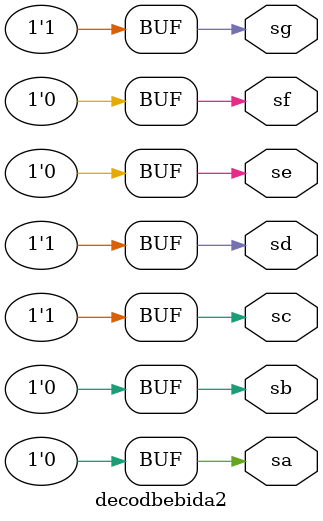
<source format=v>
module decodbebida2(sa,sb,sc,sd,se,sf,sg);
	output sa,sb,sc,sd,se,sf,sg;
	
	//DECODIFICADOR DO DIGITO 3 DO CPLD PARA EXIBIR A ESCOLHA DE BEBIDA
	
	buf (sa,0);
	buf (sb,0);
	buf (sc,1);
	buf (sd,1);
	buf (se,0);
	buf (sf,0);
	buf (sg,1);

endmodule 
</source>
